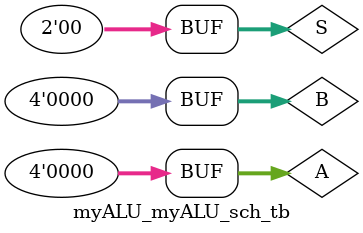
<source format=v>
`timescale 1ns / 1ps
module myALU_myALU_sch_tb();
   reg [1:0] S;
   reg [3:0] A;
   reg [3:0] B;
   wire [3:0] C;
   wire Co;
   myALU UUT (
		.S(S), 
		.A(A), 
		.B(B), 
		.C(C), 
		.Co(Co)
   );
	initial begin
		S=0;
		A=4'b1010;
		B=0111;
		#50
		B=4'b0011;
		#50
		S=1;
		A=4'b0101;
		B=4'b1010;
		#50
		A=4'b1101;
		B=4'b0010;
		#50
		S=2;
		#50
		A=4'b1001;
		B=4'b0110;
		#50
		S=3;
		A=4'b1111;
		B=4'b1110;
		#50
		A=4'b0011;
		B=4'b0010;
		#50
		S=0;
		A=0;
		B=0;
	end
endmodule

</source>
